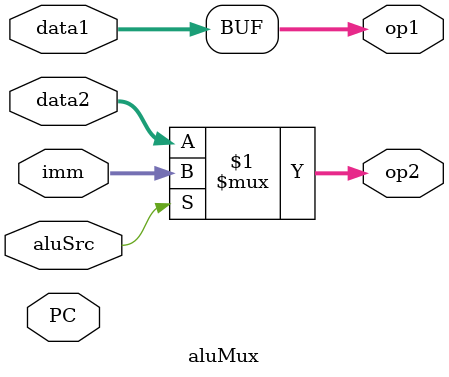
<source format=sv>
`timescale 1ns / 1ps

module aluMux(
    output logic [31:0] op1, op2,
    input logic aluSrc,
    input logic [31:0] data1, data2, imm, PC
    );
    assign op1 = data1; //op1 is a wire
    assign op2 = aluSrc ? imm : data2; //alu mux2, pass imm if high
endmodule

</source>
